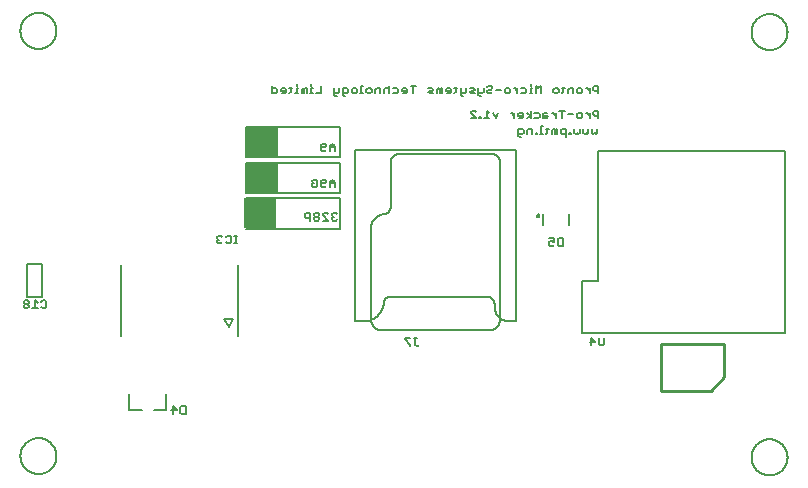
<source format=gbr>
G04 EAGLE Gerber X2 export*
%TF.Part,Single*%
%TF.FileFunction,Legend,Bot,1*%
%TF.FilePolarity,Positive*%
%TF.GenerationSoftware,Autodesk,EAGLE,8.6.3*%
%TF.CreationDate,2023-08-17T09:39:48Z*%
G75*
%MOMM*%
%FSLAX34Y34*%
%LPD*%
%AMOC8*
5,1,8,0,0,1.08239X$1,22.5*%
G01*
%ADD10C,0.203200*%
%ADD11C,0.152400*%
%ADD12C,0.254000*%
%ADD13R,2.667000X2.540000*%
%ADD14C,0.127000*%


D10*
X514760Y20000D02*
X514765Y20374D01*
X514778Y20748D01*
X514801Y21121D01*
X514833Y21494D01*
X514875Y21866D01*
X514925Y22236D01*
X514984Y22605D01*
X515053Y22973D01*
X515130Y23339D01*
X515217Y23703D01*
X515312Y24065D01*
X515416Y24424D01*
X515529Y24781D01*
X515651Y25134D01*
X515781Y25485D01*
X515920Y25832D01*
X516067Y26176D01*
X516223Y26516D01*
X516387Y26852D01*
X516560Y27184D01*
X516740Y27512D01*
X516928Y27835D01*
X517124Y28153D01*
X517328Y28467D01*
X517540Y28775D01*
X517759Y29078D01*
X517986Y29376D01*
X518219Y29668D01*
X518460Y29954D01*
X518708Y30235D01*
X518962Y30509D01*
X519224Y30776D01*
X519491Y31038D01*
X519765Y31292D01*
X520046Y31540D01*
X520332Y31781D01*
X520624Y32014D01*
X520922Y32241D01*
X521225Y32460D01*
X521533Y32672D01*
X521847Y32876D01*
X522165Y33072D01*
X522488Y33260D01*
X522816Y33440D01*
X523148Y33613D01*
X523484Y33777D01*
X523824Y33933D01*
X524168Y34080D01*
X524515Y34219D01*
X524866Y34349D01*
X525219Y34471D01*
X525576Y34584D01*
X525935Y34688D01*
X526297Y34783D01*
X526661Y34870D01*
X527027Y34947D01*
X527395Y35016D01*
X527764Y35075D01*
X528134Y35125D01*
X528506Y35167D01*
X528879Y35199D01*
X529252Y35222D01*
X529626Y35235D01*
X530000Y35240D01*
X530374Y35235D01*
X530748Y35222D01*
X531121Y35199D01*
X531494Y35167D01*
X531866Y35125D01*
X532236Y35075D01*
X532605Y35016D01*
X532973Y34947D01*
X533339Y34870D01*
X533703Y34783D01*
X534065Y34688D01*
X534424Y34584D01*
X534781Y34471D01*
X535134Y34349D01*
X535485Y34219D01*
X535832Y34080D01*
X536176Y33933D01*
X536516Y33777D01*
X536852Y33613D01*
X537184Y33440D01*
X537512Y33260D01*
X537835Y33072D01*
X538153Y32876D01*
X538467Y32672D01*
X538775Y32460D01*
X539078Y32241D01*
X539376Y32014D01*
X539668Y31781D01*
X539954Y31540D01*
X540235Y31292D01*
X540509Y31038D01*
X540776Y30776D01*
X541038Y30509D01*
X541292Y30235D01*
X541540Y29954D01*
X541781Y29668D01*
X542014Y29376D01*
X542241Y29078D01*
X542460Y28775D01*
X542672Y28467D01*
X542876Y28153D01*
X543072Y27835D01*
X543260Y27512D01*
X543440Y27184D01*
X543613Y26852D01*
X543777Y26516D01*
X543933Y26176D01*
X544080Y25832D01*
X544219Y25485D01*
X544349Y25134D01*
X544471Y24781D01*
X544584Y24424D01*
X544688Y24065D01*
X544783Y23703D01*
X544870Y23339D01*
X544947Y22973D01*
X545016Y22605D01*
X545075Y22236D01*
X545125Y21866D01*
X545167Y21494D01*
X545199Y21121D01*
X545222Y20748D01*
X545235Y20374D01*
X545240Y20000D01*
X545235Y19626D01*
X545222Y19252D01*
X545199Y18879D01*
X545167Y18506D01*
X545125Y18134D01*
X545075Y17764D01*
X545016Y17395D01*
X544947Y17027D01*
X544870Y16661D01*
X544783Y16297D01*
X544688Y15935D01*
X544584Y15576D01*
X544471Y15219D01*
X544349Y14866D01*
X544219Y14515D01*
X544080Y14168D01*
X543933Y13824D01*
X543777Y13484D01*
X543613Y13148D01*
X543440Y12816D01*
X543260Y12488D01*
X543072Y12165D01*
X542876Y11847D01*
X542672Y11533D01*
X542460Y11225D01*
X542241Y10922D01*
X542014Y10624D01*
X541781Y10332D01*
X541540Y10046D01*
X541292Y9765D01*
X541038Y9491D01*
X540776Y9224D01*
X540509Y8962D01*
X540235Y8708D01*
X539954Y8460D01*
X539668Y8219D01*
X539376Y7986D01*
X539078Y7759D01*
X538775Y7540D01*
X538467Y7328D01*
X538153Y7124D01*
X537835Y6928D01*
X537512Y6740D01*
X537184Y6560D01*
X536852Y6387D01*
X536516Y6223D01*
X536176Y6067D01*
X535832Y5920D01*
X535485Y5781D01*
X535134Y5651D01*
X534781Y5529D01*
X534424Y5416D01*
X534065Y5312D01*
X533703Y5217D01*
X533339Y5130D01*
X532973Y5053D01*
X532605Y4984D01*
X532236Y4925D01*
X531866Y4875D01*
X531494Y4833D01*
X531121Y4801D01*
X530748Y4778D01*
X530374Y4765D01*
X530000Y4760D01*
X529626Y4765D01*
X529252Y4778D01*
X528879Y4801D01*
X528506Y4833D01*
X528134Y4875D01*
X527764Y4925D01*
X527395Y4984D01*
X527027Y5053D01*
X526661Y5130D01*
X526297Y5217D01*
X525935Y5312D01*
X525576Y5416D01*
X525219Y5529D01*
X524866Y5651D01*
X524515Y5781D01*
X524168Y5920D01*
X523824Y6067D01*
X523484Y6223D01*
X523148Y6387D01*
X522816Y6560D01*
X522488Y6740D01*
X522165Y6928D01*
X521847Y7124D01*
X521533Y7328D01*
X521225Y7540D01*
X520922Y7759D01*
X520624Y7986D01*
X520332Y8219D01*
X520046Y8460D01*
X519765Y8708D01*
X519491Y8962D01*
X519224Y9224D01*
X518962Y9491D01*
X518708Y9765D01*
X518460Y10046D01*
X518219Y10332D01*
X517986Y10624D01*
X517759Y10922D01*
X517540Y11225D01*
X517328Y11533D01*
X517124Y11847D01*
X516928Y12165D01*
X516740Y12488D01*
X516560Y12816D01*
X516387Y13148D01*
X516223Y13484D01*
X516067Y13824D01*
X515920Y14168D01*
X515781Y14515D01*
X515651Y14866D01*
X515529Y15219D01*
X515416Y15576D01*
X515312Y15935D01*
X515217Y16297D01*
X515130Y16661D01*
X515053Y17027D01*
X514984Y17395D01*
X514925Y17764D01*
X514875Y18134D01*
X514833Y18506D01*
X514801Y18879D01*
X514778Y19252D01*
X514765Y19626D01*
X514760Y20000D01*
X514760Y380000D02*
X514765Y380374D01*
X514778Y380748D01*
X514801Y381121D01*
X514833Y381494D01*
X514875Y381866D01*
X514925Y382236D01*
X514984Y382605D01*
X515053Y382973D01*
X515130Y383339D01*
X515217Y383703D01*
X515312Y384065D01*
X515416Y384424D01*
X515529Y384781D01*
X515651Y385134D01*
X515781Y385485D01*
X515920Y385832D01*
X516067Y386176D01*
X516223Y386516D01*
X516387Y386852D01*
X516560Y387184D01*
X516740Y387512D01*
X516928Y387835D01*
X517124Y388153D01*
X517328Y388467D01*
X517540Y388775D01*
X517759Y389078D01*
X517986Y389376D01*
X518219Y389668D01*
X518460Y389954D01*
X518708Y390235D01*
X518962Y390509D01*
X519224Y390776D01*
X519491Y391038D01*
X519765Y391292D01*
X520046Y391540D01*
X520332Y391781D01*
X520624Y392014D01*
X520922Y392241D01*
X521225Y392460D01*
X521533Y392672D01*
X521847Y392876D01*
X522165Y393072D01*
X522488Y393260D01*
X522816Y393440D01*
X523148Y393613D01*
X523484Y393777D01*
X523824Y393933D01*
X524168Y394080D01*
X524515Y394219D01*
X524866Y394349D01*
X525219Y394471D01*
X525576Y394584D01*
X525935Y394688D01*
X526297Y394783D01*
X526661Y394870D01*
X527027Y394947D01*
X527395Y395016D01*
X527764Y395075D01*
X528134Y395125D01*
X528506Y395167D01*
X528879Y395199D01*
X529252Y395222D01*
X529626Y395235D01*
X530000Y395240D01*
X530374Y395235D01*
X530748Y395222D01*
X531121Y395199D01*
X531494Y395167D01*
X531866Y395125D01*
X532236Y395075D01*
X532605Y395016D01*
X532973Y394947D01*
X533339Y394870D01*
X533703Y394783D01*
X534065Y394688D01*
X534424Y394584D01*
X534781Y394471D01*
X535134Y394349D01*
X535485Y394219D01*
X535832Y394080D01*
X536176Y393933D01*
X536516Y393777D01*
X536852Y393613D01*
X537184Y393440D01*
X537512Y393260D01*
X537835Y393072D01*
X538153Y392876D01*
X538467Y392672D01*
X538775Y392460D01*
X539078Y392241D01*
X539376Y392014D01*
X539668Y391781D01*
X539954Y391540D01*
X540235Y391292D01*
X540509Y391038D01*
X540776Y390776D01*
X541038Y390509D01*
X541292Y390235D01*
X541540Y389954D01*
X541781Y389668D01*
X542014Y389376D01*
X542241Y389078D01*
X542460Y388775D01*
X542672Y388467D01*
X542876Y388153D01*
X543072Y387835D01*
X543260Y387512D01*
X543440Y387184D01*
X543613Y386852D01*
X543777Y386516D01*
X543933Y386176D01*
X544080Y385832D01*
X544219Y385485D01*
X544349Y385134D01*
X544471Y384781D01*
X544584Y384424D01*
X544688Y384065D01*
X544783Y383703D01*
X544870Y383339D01*
X544947Y382973D01*
X545016Y382605D01*
X545075Y382236D01*
X545125Y381866D01*
X545167Y381494D01*
X545199Y381121D01*
X545222Y380748D01*
X545235Y380374D01*
X545240Y380000D01*
X545235Y379626D01*
X545222Y379252D01*
X545199Y378879D01*
X545167Y378506D01*
X545125Y378134D01*
X545075Y377764D01*
X545016Y377395D01*
X544947Y377027D01*
X544870Y376661D01*
X544783Y376297D01*
X544688Y375935D01*
X544584Y375576D01*
X544471Y375219D01*
X544349Y374866D01*
X544219Y374515D01*
X544080Y374168D01*
X543933Y373824D01*
X543777Y373484D01*
X543613Y373148D01*
X543440Y372816D01*
X543260Y372488D01*
X543072Y372165D01*
X542876Y371847D01*
X542672Y371533D01*
X542460Y371225D01*
X542241Y370922D01*
X542014Y370624D01*
X541781Y370332D01*
X541540Y370046D01*
X541292Y369765D01*
X541038Y369491D01*
X540776Y369224D01*
X540509Y368962D01*
X540235Y368708D01*
X539954Y368460D01*
X539668Y368219D01*
X539376Y367986D01*
X539078Y367759D01*
X538775Y367540D01*
X538467Y367328D01*
X538153Y367124D01*
X537835Y366928D01*
X537512Y366740D01*
X537184Y366560D01*
X536852Y366387D01*
X536516Y366223D01*
X536176Y366067D01*
X535832Y365920D01*
X535485Y365781D01*
X535134Y365651D01*
X534781Y365529D01*
X534424Y365416D01*
X534065Y365312D01*
X533703Y365217D01*
X533339Y365130D01*
X532973Y365053D01*
X532605Y364984D01*
X532236Y364925D01*
X531866Y364875D01*
X531494Y364833D01*
X531121Y364801D01*
X530748Y364778D01*
X530374Y364765D01*
X530000Y364760D01*
X529626Y364765D01*
X529252Y364778D01*
X528879Y364801D01*
X528506Y364833D01*
X528134Y364875D01*
X527764Y364925D01*
X527395Y364984D01*
X527027Y365053D01*
X526661Y365130D01*
X526297Y365217D01*
X525935Y365312D01*
X525576Y365416D01*
X525219Y365529D01*
X524866Y365651D01*
X524515Y365781D01*
X524168Y365920D01*
X523824Y366067D01*
X523484Y366223D01*
X523148Y366387D01*
X522816Y366560D01*
X522488Y366740D01*
X522165Y366928D01*
X521847Y367124D01*
X521533Y367328D01*
X521225Y367540D01*
X520922Y367759D01*
X520624Y367986D01*
X520332Y368219D01*
X520046Y368460D01*
X519765Y368708D01*
X519491Y368962D01*
X519224Y369224D01*
X518962Y369491D01*
X518708Y369765D01*
X518460Y370046D01*
X518219Y370332D01*
X517986Y370624D01*
X517759Y370922D01*
X517540Y371225D01*
X517328Y371533D01*
X517124Y371847D01*
X516928Y372165D01*
X516740Y372488D01*
X516560Y372816D01*
X516387Y373148D01*
X516223Y373484D01*
X516067Y373824D01*
X515920Y374168D01*
X515781Y374515D01*
X515651Y374866D01*
X515529Y375219D01*
X515416Y375576D01*
X515312Y375935D01*
X515217Y376297D01*
X515130Y376661D01*
X515053Y377027D01*
X514984Y377395D01*
X514925Y377764D01*
X514875Y378134D01*
X514833Y378506D01*
X514801Y378879D01*
X514778Y379252D01*
X514765Y379626D01*
X514760Y380000D01*
X-104206Y21016D02*
X-104201Y21390D01*
X-104188Y21764D01*
X-104165Y22137D01*
X-104133Y22510D01*
X-104091Y22882D01*
X-104041Y23252D01*
X-103982Y23621D01*
X-103913Y23989D01*
X-103836Y24355D01*
X-103749Y24719D01*
X-103654Y25081D01*
X-103550Y25440D01*
X-103437Y25797D01*
X-103315Y26150D01*
X-103185Y26501D01*
X-103046Y26848D01*
X-102899Y27192D01*
X-102743Y27532D01*
X-102579Y27868D01*
X-102406Y28200D01*
X-102226Y28528D01*
X-102038Y28851D01*
X-101842Y29169D01*
X-101638Y29483D01*
X-101426Y29791D01*
X-101207Y30094D01*
X-100980Y30392D01*
X-100747Y30684D01*
X-100506Y30970D01*
X-100258Y31251D01*
X-100004Y31525D01*
X-99742Y31792D01*
X-99475Y32054D01*
X-99201Y32308D01*
X-98920Y32556D01*
X-98634Y32797D01*
X-98342Y33030D01*
X-98044Y33257D01*
X-97741Y33476D01*
X-97433Y33688D01*
X-97119Y33892D01*
X-96801Y34088D01*
X-96478Y34276D01*
X-96150Y34456D01*
X-95818Y34629D01*
X-95482Y34793D01*
X-95142Y34949D01*
X-94798Y35096D01*
X-94451Y35235D01*
X-94100Y35365D01*
X-93747Y35487D01*
X-93390Y35600D01*
X-93031Y35704D01*
X-92669Y35799D01*
X-92305Y35886D01*
X-91939Y35963D01*
X-91571Y36032D01*
X-91202Y36091D01*
X-90832Y36141D01*
X-90460Y36183D01*
X-90087Y36215D01*
X-89714Y36238D01*
X-89340Y36251D01*
X-88966Y36256D01*
X-88592Y36251D01*
X-88218Y36238D01*
X-87845Y36215D01*
X-87472Y36183D01*
X-87100Y36141D01*
X-86730Y36091D01*
X-86361Y36032D01*
X-85993Y35963D01*
X-85627Y35886D01*
X-85263Y35799D01*
X-84901Y35704D01*
X-84542Y35600D01*
X-84185Y35487D01*
X-83832Y35365D01*
X-83481Y35235D01*
X-83134Y35096D01*
X-82790Y34949D01*
X-82450Y34793D01*
X-82114Y34629D01*
X-81782Y34456D01*
X-81454Y34276D01*
X-81131Y34088D01*
X-80813Y33892D01*
X-80499Y33688D01*
X-80191Y33476D01*
X-79888Y33257D01*
X-79590Y33030D01*
X-79298Y32797D01*
X-79012Y32556D01*
X-78731Y32308D01*
X-78457Y32054D01*
X-78190Y31792D01*
X-77928Y31525D01*
X-77674Y31251D01*
X-77426Y30970D01*
X-77185Y30684D01*
X-76952Y30392D01*
X-76725Y30094D01*
X-76506Y29791D01*
X-76294Y29483D01*
X-76090Y29169D01*
X-75894Y28851D01*
X-75706Y28528D01*
X-75526Y28200D01*
X-75353Y27868D01*
X-75189Y27532D01*
X-75033Y27192D01*
X-74886Y26848D01*
X-74747Y26501D01*
X-74617Y26150D01*
X-74495Y25797D01*
X-74382Y25440D01*
X-74278Y25081D01*
X-74183Y24719D01*
X-74096Y24355D01*
X-74019Y23989D01*
X-73950Y23621D01*
X-73891Y23252D01*
X-73841Y22882D01*
X-73799Y22510D01*
X-73767Y22137D01*
X-73744Y21764D01*
X-73731Y21390D01*
X-73726Y21016D01*
X-73731Y20642D01*
X-73744Y20268D01*
X-73767Y19895D01*
X-73799Y19522D01*
X-73841Y19150D01*
X-73891Y18780D01*
X-73950Y18411D01*
X-74019Y18043D01*
X-74096Y17677D01*
X-74183Y17313D01*
X-74278Y16951D01*
X-74382Y16592D01*
X-74495Y16235D01*
X-74617Y15882D01*
X-74747Y15531D01*
X-74886Y15184D01*
X-75033Y14840D01*
X-75189Y14500D01*
X-75353Y14164D01*
X-75526Y13832D01*
X-75706Y13504D01*
X-75894Y13181D01*
X-76090Y12863D01*
X-76294Y12549D01*
X-76506Y12241D01*
X-76725Y11938D01*
X-76952Y11640D01*
X-77185Y11348D01*
X-77426Y11062D01*
X-77674Y10781D01*
X-77928Y10507D01*
X-78190Y10240D01*
X-78457Y9978D01*
X-78731Y9724D01*
X-79012Y9476D01*
X-79298Y9235D01*
X-79590Y9002D01*
X-79888Y8775D01*
X-80191Y8556D01*
X-80499Y8344D01*
X-80813Y8140D01*
X-81131Y7944D01*
X-81454Y7756D01*
X-81782Y7576D01*
X-82114Y7403D01*
X-82450Y7239D01*
X-82790Y7083D01*
X-83134Y6936D01*
X-83481Y6797D01*
X-83832Y6667D01*
X-84185Y6545D01*
X-84542Y6432D01*
X-84901Y6328D01*
X-85263Y6233D01*
X-85627Y6146D01*
X-85993Y6069D01*
X-86361Y6000D01*
X-86730Y5941D01*
X-87100Y5891D01*
X-87472Y5849D01*
X-87845Y5817D01*
X-88218Y5794D01*
X-88592Y5781D01*
X-88966Y5776D01*
X-89340Y5781D01*
X-89714Y5794D01*
X-90087Y5817D01*
X-90460Y5849D01*
X-90832Y5891D01*
X-91202Y5941D01*
X-91571Y6000D01*
X-91939Y6069D01*
X-92305Y6146D01*
X-92669Y6233D01*
X-93031Y6328D01*
X-93390Y6432D01*
X-93747Y6545D01*
X-94100Y6667D01*
X-94451Y6797D01*
X-94798Y6936D01*
X-95142Y7083D01*
X-95482Y7239D01*
X-95818Y7403D01*
X-96150Y7576D01*
X-96478Y7756D01*
X-96801Y7944D01*
X-97119Y8140D01*
X-97433Y8344D01*
X-97741Y8556D01*
X-98044Y8775D01*
X-98342Y9002D01*
X-98634Y9235D01*
X-98920Y9476D01*
X-99201Y9724D01*
X-99475Y9978D01*
X-99742Y10240D01*
X-100004Y10507D01*
X-100258Y10781D01*
X-100506Y11062D01*
X-100747Y11348D01*
X-100980Y11640D01*
X-101207Y11938D01*
X-101426Y12241D01*
X-101638Y12549D01*
X-101842Y12863D01*
X-102038Y13181D01*
X-102226Y13504D01*
X-102406Y13832D01*
X-102579Y14164D01*
X-102743Y14500D01*
X-102899Y14840D01*
X-103046Y15184D01*
X-103185Y15531D01*
X-103315Y15882D01*
X-103437Y16235D01*
X-103550Y16592D01*
X-103654Y16951D01*
X-103749Y17313D01*
X-103836Y17677D01*
X-103913Y18043D01*
X-103982Y18411D01*
X-104041Y18780D01*
X-104091Y19150D01*
X-104133Y19522D01*
X-104165Y19895D01*
X-104188Y20268D01*
X-104201Y20642D01*
X-104206Y21016D01*
D11*
X385192Y306832D02*
X385192Y313442D01*
X381887Y313442D01*
X380786Y312340D01*
X380786Y310137D01*
X381887Y309035D01*
X385192Y309035D01*
X377708Y306832D02*
X377708Y311238D01*
X377708Y309035D02*
X375505Y311238D01*
X374403Y311238D01*
X370369Y306832D02*
X368166Y306832D01*
X367065Y307934D01*
X367065Y310137D01*
X368166Y311238D01*
X370369Y311238D01*
X371471Y310137D01*
X371471Y307934D01*
X370369Y306832D01*
X363987Y310137D02*
X359581Y310137D01*
X354300Y306832D02*
X354300Y313442D01*
X356503Y313442D02*
X352096Y313442D01*
X349019Y311238D02*
X349019Y306832D01*
X349019Y309035D02*
X346815Y311238D01*
X345714Y311238D01*
X341680Y311238D02*
X339477Y311238D01*
X338375Y310137D01*
X338375Y306832D01*
X341680Y306832D01*
X342782Y307934D01*
X341680Y309035D01*
X338375Y309035D01*
X334196Y311238D02*
X330891Y311238D01*
X334196Y311238D02*
X335298Y310137D01*
X335298Y307934D01*
X334196Y306832D01*
X330891Y306832D01*
X327814Y306832D02*
X327814Y313442D01*
X327814Y309035D02*
X324509Y306832D01*
X327814Y309035D02*
X324509Y311238D01*
X320475Y306832D02*
X318272Y306832D01*
X320475Y306832D02*
X321577Y307934D01*
X321577Y310137D01*
X320475Y311238D01*
X318272Y311238D01*
X317170Y310137D01*
X317170Y309035D01*
X321577Y309035D01*
X314093Y306832D02*
X314093Y311238D01*
X314093Y309035D02*
X311889Y311238D01*
X310788Y311238D01*
X300372Y311238D02*
X298168Y306832D01*
X295965Y311238D01*
X292887Y311238D02*
X290684Y313442D01*
X290684Y306832D01*
X292887Y306832D02*
X288481Y306832D01*
X285403Y306832D02*
X285403Y307934D01*
X284302Y307934D01*
X284302Y306832D01*
X285403Y306832D01*
X281661Y306832D02*
X277255Y306832D01*
X281661Y306832D02*
X277255Y311238D01*
X277255Y312340D01*
X278356Y313442D01*
X280560Y313442D01*
X281661Y312340D01*
D10*
X-104206Y381016D02*
X-104201Y381390D01*
X-104188Y381764D01*
X-104165Y382137D01*
X-104133Y382510D01*
X-104091Y382882D01*
X-104041Y383252D01*
X-103982Y383621D01*
X-103913Y383989D01*
X-103836Y384355D01*
X-103749Y384719D01*
X-103654Y385081D01*
X-103550Y385440D01*
X-103437Y385797D01*
X-103315Y386150D01*
X-103185Y386501D01*
X-103046Y386848D01*
X-102899Y387192D01*
X-102743Y387532D01*
X-102579Y387868D01*
X-102406Y388200D01*
X-102226Y388528D01*
X-102038Y388851D01*
X-101842Y389169D01*
X-101638Y389483D01*
X-101426Y389791D01*
X-101207Y390094D01*
X-100980Y390392D01*
X-100747Y390684D01*
X-100506Y390970D01*
X-100258Y391251D01*
X-100004Y391525D01*
X-99742Y391792D01*
X-99475Y392054D01*
X-99201Y392308D01*
X-98920Y392556D01*
X-98634Y392797D01*
X-98342Y393030D01*
X-98044Y393257D01*
X-97741Y393476D01*
X-97433Y393688D01*
X-97119Y393892D01*
X-96801Y394088D01*
X-96478Y394276D01*
X-96150Y394456D01*
X-95818Y394629D01*
X-95482Y394793D01*
X-95142Y394949D01*
X-94798Y395096D01*
X-94451Y395235D01*
X-94100Y395365D01*
X-93747Y395487D01*
X-93390Y395600D01*
X-93031Y395704D01*
X-92669Y395799D01*
X-92305Y395886D01*
X-91939Y395963D01*
X-91571Y396032D01*
X-91202Y396091D01*
X-90832Y396141D01*
X-90460Y396183D01*
X-90087Y396215D01*
X-89714Y396238D01*
X-89340Y396251D01*
X-88966Y396256D01*
X-88592Y396251D01*
X-88218Y396238D01*
X-87845Y396215D01*
X-87472Y396183D01*
X-87100Y396141D01*
X-86730Y396091D01*
X-86361Y396032D01*
X-85993Y395963D01*
X-85627Y395886D01*
X-85263Y395799D01*
X-84901Y395704D01*
X-84542Y395600D01*
X-84185Y395487D01*
X-83832Y395365D01*
X-83481Y395235D01*
X-83134Y395096D01*
X-82790Y394949D01*
X-82450Y394793D01*
X-82114Y394629D01*
X-81782Y394456D01*
X-81454Y394276D01*
X-81131Y394088D01*
X-80813Y393892D01*
X-80499Y393688D01*
X-80191Y393476D01*
X-79888Y393257D01*
X-79590Y393030D01*
X-79298Y392797D01*
X-79012Y392556D01*
X-78731Y392308D01*
X-78457Y392054D01*
X-78190Y391792D01*
X-77928Y391525D01*
X-77674Y391251D01*
X-77426Y390970D01*
X-77185Y390684D01*
X-76952Y390392D01*
X-76725Y390094D01*
X-76506Y389791D01*
X-76294Y389483D01*
X-76090Y389169D01*
X-75894Y388851D01*
X-75706Y388528D01*
X-75526Y388200D01*
X-75353Y387868D01*
X-75189Y387532D01*
X-75033Y387192D01*
X-74886Y386848D01*
X-74747Y386501D01*
X-74617Y386150D01*
X-74495Y385797D01*
X-74382Y385440D01*
X-74278Y385081D01*
X-74183Y384719D01*
X-74096Y384355D01*
X-74019Y383989D01*
X-73950Y383621D01*
X-73891Y383252D01*
X-73841Y382882D01*
X-73799Y382510D01*
X-73767Y382137D01*
X-73744Y381764D01*
X-73731Y381390D01*
X-73726Y381016D01*
X-73731Y380642D01*
X-73744Y380268D01*
X-73767Y379895D01*
X-73799Y379522D01*
X-73841Y379150D01*
X-73891Y378780D01*
X-73950Y378411D01*
X-74019Y378043D01*
X-74096Y377677D01*
X-74183Y377313D01*
X-74278Y376951D01*
X-74382Y376592D01*
X-74495Y376235D01*
X-74617Y375882D01*
X-74747Y375531D01*
X-74886Y375184D01*
X-75033Y374840D01*
X-75189Y374500D01*
X-75353Y374164D01*
X-75526Y373832D01*
X-75706Y373504D01*
X-75894Y373181D01*
X-76090Y372863D01*
X-76294Y372549D01*
X-76506Y372241D01*
X-76725Y371938D01*
X-76952Y371640D01*
X-77185Y371348D01*
X-77426Y371062D01*
X-77674Y370781D01*
X-77928Y370507D01*
X-78190Y370240D01*
X-78457Y369978D01*
X-78731Y369724D01*
X-79012Y369476D01*
X-79298Y369235D01*
X-79590Y369002D01*
X-79888Y368775D01*
X-80191Y368556D01*
X-80499Y368344D01*
X-80813Y368140D01*
X-81131Y367944D01*
X-81454Y367756D01*
X-81782Y367576D01*
X-82114Y367403D01*
X-82450Y367239D01*
X-82790Y367083D01*
X-83134Y366936D01*
X-83481Y366797D01*
X-83832Y366667D01*
X-84185Y366545D01*
X-84542Y366432D01*
X-84901Y366328D01*
X-85263Y366233D01*
X-85627Y366146D01*
X-85993Y366069D01*
X-86361Y366000D01*
X-86730Y365941D01*
X-87100Y365891D01*
X-87472Y365849D01*
X-87845Y365817D01*
X-88218Y365794D01*
X-88592Y365781D01*
X-88966Y365776D01*
X-89340Y365781D01*
X-89714Y365794D01*
X-90087Y365817D01*
X-90460Y365849D01*
X-90832Y365891D01*
X-91202Y365941D01*
X-91571Y366000D01*
X-91939Y366069D01*
X-92305Y366146D01*
X-92669Y366233D01*
X-93031Y366328D01*
X-93390Y366432D01*
X-93747Y366545D01*
X-94100Y366667D01*
X-94451Y366797D01*
X-94798Y366936D01*
X-95142Y367083D01*
X-95482Y367239D01*
X-95818Y367403D01*
X-96150Y367576D01*
X-96478Y367756D01*
X-96801Y367944D01*
X-97119Y368140D01*
X-97433Y368344D01*
X-97741Y368556D01*
X-98044Y368775D01*
X-98342Y369002D01*
X-98634Y369235D01*
X-98920Y369476D01*
X-99201Y369724D01*
X-99475Y369978D01*
X-99742Y370240D01*
X-100004Y370507D01*
X-100258Y370781D01*
X-100506Y371062D01*
X-100747Y371348D01*
X-100980Y371640D01*
X-101207Y371938D01*
X-101426Y372241D01*
X-101638Y372549D01*
X-101842Y372863D01*
X-102038Y373181D01*
X-102226Y373504D01*
X-102406Y373832D01*
X-102579Y374164D01*
X-102743Y374500D01*
X-102899Y374840D01*
X-103046Y375184D01*
X-103185Y375531D01*
X-103315Y375882D01*
X-103437Y376235D01*
X-103550Y376592D01*
X-103654Y376951D01*
X-103749Y377313D01*
X-103836Y377677D01*
X-103913Y378043D01*
X-103982Y378411D01*
X-104041Y378780D01*
X-104091Y379150D01*
X-104133Y379522D01*
X-104165Y379895D01*
X-104188Y380268D01*
X-104201Y380642D01*
X-104206Y381016D01*
D11*
X384176Y297776D02*
X384176Y294472D01*
X383074Y293370D01*
X381973Y294472D01*
X380871Y293370D01*
X379770Y294472D01*
X379770Y297776D01*
X376692Y297776D02*
X376692Y294472D01*
X375590Y293370D01*
X374489Y294472D01*
X373387Y293370D01*
X372285Y294472D01*
X372285Y297776D01*
X369208Y297776D02*
X369208Y294472D01*
X368106Y293370D01*
X367005Y294472D01*
X365903Y293370D01*
X364801Y294472D01*
X364801Y297776D01*
X361724Y294472D02*
X361724Y293370D01*
X361724Y294472D02*
X360622Y294472D01*
X360622Y293370D01*
X361724Y293370D01*
X357981Y291167D02*
X357981Y297776D01*
X354677Y297776D01*
X353575Y296675D01*
X353575Y294472D01*
X354677Y293370D01*
X357981Y293370D01*
X350497Y293370D02*
X350497Y297776D01*
X349396Y297776D01*
X348294Y296675D01*
X348294Y293370D01*
X348294Y296675D02*
X347193Y297776D01*
X346091Y296675D01*
X346091Y293370D01*
X341912Y294472D02*
X341912Y298878D01*
X341912Y294472D02*
X340810Y293370D01*
X340810Y297776D02*
X343013Y297776D01*
X338024Y299980D02*
X336922Y299980D01*
X336922Y293370D01*
X335821Y293370D02*
X338024Y293370D01*
X333034Y293370D02*
X333034Y294472D01*
X331933Y294472D01*
X331933Y293370D01*
X333034Y293370D01*
X329292Y293370D02*
X329292Y297776D01*
X325987Y297776D01*
X324886Y296675D01*
X324886Y293370D01*
X319605Y291167D02*
X318503Y291167D01*
X317402Y292268D01*
X317402Y297776D01*
X320706Y297776D01*
X321808Y296675D01*
X321808Y294472D01*
X320706Y293370D01*
X317402Y293370D01*
D12*
X438240Y115570D02*
X491580Y115570D01*
X438240Y115570D02*
X438240Y76200D01*
X480150Y76200D01*
X491580Y87630D01*
X491580Y115570D01*
D11*
X161888Y278892D02*
X161888Y283298D01*
X159685Y285502D01*
X157482Y283298D01*
X157482Y278892D01*
X157482Y282197D02*
X161888Y282197D01*
X154404Y279994D02*
X153302Y278892D01*
X151099Y278892D01*
X149997Y279994D01*
X149997Y284400D01*
X151099Y285502D01*
X153302Y285502D01*
X154404Y284400D01*
X154404Y283298D01*
X153302Y282197D01*
X149997Y282197D01*
X161888Y252818D02*
X161888Y248412D01*
X161888Y252818D02*
X159685Y255022D01*
X157482Y252818D01*
X157482Y248412D01*
X157482Y251717D02*
X161888Y251717D01*
X154404Y249514D02*
X153302Y248412D01*
X151099Y248412D01*
X149997Y249514D01*
X149997Y253920D01*
X151099Y255022D01*
X153302Y255022D01*
X154404Y253920D01*
X154404Y252818D01*
X153302Y251717D01*
X149997Y251717D01*
X143615Y255022D02*
X142513Y253920D01*
X143615Y255022D02*
X145818Y255022D01*
X146920Y253920D01*
X146920Y249514D01*
X145818Y248412D01*
X143615Y248412D01*
X142513Y249514D01*
X142513Y251717D01*
X144717Y251717D01*
D10*
X166460Y243840D02*
X113120Y243840D01*
X86450Y243840D01*
X86450Y269240D01*
X86450Y274320D02*
X86450Y299720D01*
X113120Y299720D01*
X166460Y299720D01*
X166460Y274320D01*
X166460Y269240D02*
X166460Y243840D01*
X166460Y274320D02*
X113120Y274320D01*
X86450Y274320D01*
X113120Y269240D02*
X166460Y269240D01*
X113120Y269240D02*
X86450Y269240D01*
X113120Y269240D02*
X113120Y243840D01*
X113120Y274320D02*
X113120Y299720D01*
D13*
X99785Y287020D03*
X99785Y256540D03*
D11*
X385192Y327914D02*
X385192Y334524D01*
X381887Y334524D01*
X380786Y333422D01*
X380786Y331219D01*
X381887Y330117D01*
X385192Y330117D01*
X377708Y327914D02*
X377708Y332320D01*
X377708Y330117D02*
X375505Y332320D01*
X374403Y332320D01*
X370369Y327914D02*
X368166Y327914D01*
X367065Y329016D01*
X367065Y331219D01*
X368166Y332320D01*
X370369Y332320D01*
X371471Y331219D01*
X371471Y329016D01*
X370369Y327914D01*
X363987Y327914D02*
X363987Y332320D01*
X360682Y332320D01*
X359581Y331219D01*
X359581Y327914D01*
X355401Y329016D02*
X355401Y333422D01*
X355401Y329016D02*
X354300Y327914D01*
X354300Y332320D02*
X356503Y332320D01*
X350412Y327914D02*
X348209Y327914D01*
X347107Y329016D01*
X347107Y331219D01*
X348209Y332320D01*
X350412Y332320D01*
X351513Y331219D01*
X351513Y329016D01*
X350412Y327914D01*
X336545Y327914D02*
X336545Y334524D01*
X334342Y332320D01*
X332139Y334524D01*
X332139Y327914D01*
X329061Y332320D02*
X327959Y332320D01*
X327959Y327914D01*
X326858Y327914D02*
X329061Y327914D01*
X327959Y334524D02*
X327959Y335625D01*
X322970Y332320D02*
X319665Y332320D01*
X322970Y332320D02*
X324071Y331219D01*
X324071Y329016D01*
X322970Y327914D01*
X319665Y327914D01*
X316587Y327914D02*
X316587Y332320D01*
X316587Y330117D02*
X314384Y332320D01*
X313282Y332320D01*
X309249Y327914D02*
X307046Y327914D01*
X305944Y329016D01*
X305944Y331219D01*
X307046Y332320D01*
X309249Y332320D01*
X310350Y331219D01*
X310350Y329016D01*
X309249Y327914D01*
X302866Y331219D02*
X298460Y331219D01*
X292077Y334524D02*
X290976Y333422D01*
X292077Y334524D02*
X294281Y334524D01*
X295382Y333422D01*
X295382Y332320D01*
X294281Y331219D01*
X292077Y331219D01*
X290976Y330117D01*
X290976Y329016D01*
X292077Y327914D01*
X294281Y327914D01*
X295382Y329016D01*
X287898Y329016D02*
X287898Y332320D01*
X287898Y329016D02*
X286796Y327914D01*
X283492Y327914D01*
X283492Y326812D02*
X283492Y332320D01*
X283492Y326812D02*
X284593Y325711D01*
X285695Y325711D01*
X280414Y327914D02*
X277109Y327914D01*
X276007Y329016D01*
X277109Y330117D01*
X279312Y330117D01*
X280414Y331219D01*
X279312Y332320D01*
X276007Y332320D01*
X272930Y332320D02*
X272930Y329016D01*
X271828Y327914D01*
X268523Y327914D01*
X268523Y326812D02*
X268523Y332320D01*
X268523Y326812D02*
X269625Y325711D01*
X270727Y325711D01*
X264344Y329016D02*
X264344Y333422D01*
X264344Y329016D02*
X263242Y327914D01*
X263242Y332320D02*
X265446Y332320D01*
X259355Y327914D02*
X257151Y327914D01*
X259355Y327914D02*
X260456Y329016D01*
X260456Y331219D01*
X259355Y332320D01*
X257151Y332320D01*
X256050Y331219D01*
X256050Y330117D01*
X260456Y330117D01*
X252972Y327914D02*
X252972Y332320D01*
X251870Y332320D01*
X250769Y331219D01*
X250769Y327914D01*
X250769Y331219D02*
X249667Y332320D01*
X248566Y331219D01*
X248566Y327914D01*
X245488Y327914D02*
X242183Y327914D01*
X241081Y329016D01*
X242183Y330117D01*
X244386Y330117D01*
X245488Y331219D01*
X244386Y332320D01*
X241081Y332320D01*
X228316Y334524D02*
X228316Y327914D01*
X230519Y334524D02*
X226113Y334524D01*
X221934Y327914D02*
X219731Y327914D01*
X221934Y327914D02*
X223035Y329016D01*
X223035Y331219D01*
X221934Y332320D01*
X219731Y332320D01*
X218629Y331219D01*
X218629Y330117D01*
X223035Y330117D01*
X214450Y332320D02*
X211145Y332320D01*
X214450Y332320D02*
X215551Y331219D01*
X215551Y329016D01*
X214450Y327914D01*
X211145Y327914D01*
X208067Y327914D02*
X208067Y334524D01*
X206965Y332320D02*
X208067Y331219D01*
X206965Y332320D02*
X204762Y332320D01*
X203661Y331219D01*
X203661Y327914D01*
X200583Y327914D02*
X200583Y332320D01*
X197278Y332320D01*
X196176Y331219D01*
X196176Y327914D01*
X191997Y327914D02*
X189794Y327914D01*
X188692Y329016D01*
X188692Y331219D01*
X189794Y332320D01*
X191997Y332320D01*
X193099Y331219D01*
X193099Y329016D01*
X191997Y327914D01*
X185615Y334524D02*
X184513Y334524D01*
X184513Y327914D01*
X185615Y327914D02*
X183411Y327914D01*
X179524Y327914D02*
X177320Y327914D01*
X176219Y329016D01*
X176219Y331219D01*
X177320Y332320D01*
X179524Y332320D01*
X180625Y331219D01*
X180625Y329016D01*
X179524Y327914D01*
X170938Y325711D02*
X169836Y325711D01*
X168735Y326812D01*
X168735Y332320D01*
X172039Y332320D01*
X173141Y331219D01*
X173141Y329016D01*
X172039Y327914D01*
X168735Y327914D01*
X165657Y329016D02*
X165657Y332320D01*
X165657Y329016D02*
X164555Y327914D01*
X161250Y327914D01*
X161250Y326812D02*
X161250Y332320D01*
X161250Y326812D02*
X162352Y325711D01*
X163454Y325711D01*
X150688Y327914D02*
X150688Y334524D01*
X150688Y327914D02*
X146282Y327914D01*
X143204Y332320D02*
X142103Y332320D01*
X142103Y327914D01*
X143204Y327914D02*
X141001Y327914D01*
X142103Y334524D02*
X142103Y335625D01*
X138215Y332320D02*
X138215Y327914D01*
X138215Y332320D02*
X137113Y332320D01*
X136012Y331219D01*
X136012Y327914D01*
X136012Y331219D02*
X134910Y332320D01*
X133808Y331219D01*
X133808Y327914D01*
X130731Y332320D02*
X129629Y332320D01*
X129629Y327914D01*
X128528Y327914D02*
X130731Y327914D01*
X129629Y334524D02*
X129629Y335625D01*
X124640Y333422D02*
X124640Y329016D01*
X123538Y327914D01*
X123538Y332320D02*
X125741Y332320D01*
X119650Y327914D02*
X117447Y327914D01*
X119650Y327914D02*
X120752Y329016D01*
X120752Y331219D01*
X119650Y332320D01*
X117447Y332320D01*
X116345Y331219D01*
X116345Y330117D01*
X120752Y330117D01*
X108861Y327914D02*
X108861Y334524D01*
X108861Y327914D02*
X112166Y327914D01*
X113268Y329016D01*
X113268Y331219D01*
X112166Y332320D01*
X108861Y332320D01*
D10*
X86704Y239268D02*
X166460Y239268D01*
X166460Y239014D02*
X166460Y213614D01*
X166460Y213360D02*
X86450Y213360D01*
D13*
X99023Y226314D03*
D11*
X162564Y226828D02*
X163666Y225726D01*
X162564Y226828D02*
X160361Y226828D01*
X159260Y225726D01*
X159260Y224624D01*
X160361Y223523D01*
X161463Y223523D01*
X160361Y223523D02*
X159260Y222421D01*
X159260Y221320D01*
X160361Y220218D01*
X162564Y220218D01*
X163666Y221320D01*
X156182Y220218D02*
X151775Y220218D01*
X151775Y224624D02*
X156182Y220218D01*
X151775Y224624D02*
X151775Y225726D01*
X152877Y226828D01*
X155080Y226828D01*
X156182Y225726D01*
X148698Y225726D02*
X147596Y226828D01*
X145393Y226828D01*
X144291Y225726D01*
X144291Y224624D01*
X145393Y223523D01*
X144291Y222421D01*
X144291Y221320D01*
X145393Y220218D01*
X147596Y220218D01*
X148698Y221320D01*
X148698Y222421D01*
X147596Y223523D01*
X148698Y224624D01*
X148698Y225726D01*
X147596Y223523D02*
X145393Y223523D01*
X141214Y220218D02*
X141214Y226828D01*
X137909Y226828D01*
X136807Y225726D01*
X136807Y223523D01*
X137909Y222421D01*
X141214Y222421D01*
D10*
X338250Y225480D02*
X338250Y216480D01*
X360250Y216480D02*
X360250Y225480D01*
X333250Y224480D02*
X333252Y224543D01*
X333258Y224605D01*
X333268Y224667D01*
X333281Y224729D01*
X333299Y224789D01*
X333320Y224848D01*
X333345Y224906D01*
X333374Y224962D01*
X333406Y225016D01*
X333441Y225068D01*
X333479Y225117D01*
X333521Y225165D01*
X333565Y225209D01*
X333613Y225251D01*
X333662Y225289D01*
X333714Y225324D01*
X333768Y225356D01*
X333824Y225385D01*
X333882Y225410D01*
X333941Y225431D01*
X334001Y225449D01*
X334063Y225462D01*
X334125Y225472D01*
X334187Y225478D01*
X334250Y225480D01*
X334313Y225478D01*
X334375Y225472D01*
X334437Y225462D01*
X334499Y225449D01*
X334559Y225431D01*
X334618Y225410D01*
X334676Y225385D01*
X334732Y225356D01*
X334786Y225324D01*
X334838Y225289D01*
X334887Y225251D01*
X334935Y225209D01*
X334979Y225165D01*
X335021Y225117D01*
X335059Y225068D01*
X335094Y225016D01*
X335126Y224962D01*
X335155Y224906D01*
X335180Y224848D01*
X335201Y224789D01*
X335219Y224729D01*
X335232Y224667D01*
X335242Y224605D01*
X335248Y224543D01*
X335250Y224480D01*
X335248Y224417D01*
X335242Y224355D01*
X335232Y224293D01*
X335219Y224231D01*
X335201Y224171D01*
X335180Y224112D01*
X335155Y224054D01*
X335126Y223998D01*
X335094Y223944D01*
X335059Y223892D01*
X335021Y223843D01*
X334979Y223795D01*
X334935Y223751D01*
X334887Y223709D01*
X334838Y223671D01*
X334786Y223636D01*
X334732Y223604D01*
X334676Y223575D01*
X334618Y223550D01*
X334559Y223529D01*
X334499Y223511D01*
X334437Y223498D01*
X334375Y223488D01*
X334313Y223482D01*
X334250Y223480D01*
X334187Y223482D01*
X334125Y223488D01*
X334063Y223498D01*
X334001Y223511D01*
X333941Y223529D01*
X333882Y223550D01*
X333824Y223575D01*
X333768Y223604D01*
X333714Y223636D01*
X333662Y223671D01*
X333613Y223709D01*
X333565Y223751D01*
X333521Y223795D01*
X333479Y223843D01*
X333441Y223892D01*
X333406Y223944D01*
X333374Y223998D01*
X333345Y224054D01*
X333320Y224112D01*
X333299Y224171D01*
X333281Y224231D01*
X333268Y224293D01*
X333258Y224355D01*
X333252Y224417D01*
X333250Y224480D01*
D11*
X355018Y205492D02*
X355018Y198882D01*
X351713Y198882D01*
X350612Y199984D01*
X350612Y204390D01*
X351713Y205492D01*
X355018Y205492D01*
X347534Y205492D02*
X343127Y205492D01*
X347534Y205492D02*
X347534Y202187D01*
X345331Y203288D01*
X344229Y203288D01*
X343127Y202187D01*
X343127Y199984D01*
X344229Y198882D01*
X346432Y198882D01*
X347534Y199984D01*
D14*
X384900Y279400D02*
X542900Y279400D01*
X542900Y125400D01*
X370900Y125400D01*
X370900Y169400D01*
X384900Y169400D01*
X384900Y279400D01*
D11*
X389838Y121182D02*
X389838Y115674D01*
X388736Y114572D01*
X386533Y114572D01*
X385432Y115674D01*
X385432Y121182D01*
X379049Y121182D02*
X379049Y114572D01*
X382354Y117877D02*
X379049Y121182D01*
X377947Y117877D02*
X382354Y117877D01*
D14*
X184570Y135024D02*
X179270Y135024D01*
X184570Y135024D02*
X184997Y134996D01*
X185425Y134977D01*
X185852Y134969D01*
X186280Y134972D01*
X186708Y134985D01*
X187135Y135008D01*
X187562Y135041D01*
X187988Y135085D01*
X188412Y135139D01*
X188835Y135203D01*
X189257Y135277D01*
X189676Y135362D01*
X190093Y135456D01*
X190508Y135561D01*
X190921Y135676D01*
X191330Y135801D01*
X191736Y135935D01*
X192139Y136079D01*
X192538Y136233D01*
X192934Y136397D01*
X193325Y136570D01*
X193712Y136753D01*
X194095Y136944D01*
X194472Y137145D01*
X194845Y137355D01*
X195213Y137574D01*
X195575Y137802D01*
X195932Y138039D01*
X196283Y138284D01*
X196627Y138537D01*
X196966Y138799D01*
X197298Y139069D01*
X197624Y139347D01*
X197942Y139632D01*
X198254Y139925D01*
X198558Y140226D01*
X198856Y140534D01*
X199145Y140849D01*
X199427Y141171D01*
X199701Y141499D01*
X199967Y141835D01*
X200225Y142176D01*
X200475Y142524D01*
X200716Y142877D01*
X200949Y143236D01*
X201172Y143601D01*
X201387Y143971D01*
X201593Y144346D01*
X201790Y144726D01*
X201977Y145111D01*
X202155Y145500D01*
X202324Y145893D01*
X202483Y146291D01*
X202633Y146692D01*
X202773Y147096D01*
X202902Y147504D01*
X203023Y147914D01*
X203133Y148328D01*
X203233Y148744D01*
X203323Y149162D01*
X203403Y149583D01*
X203472Y150005D01*
X203532Y150429D01*
X203581Y150854D01*
X203620Y151280D01*
X203622Y151412D01*
X203628Y151545D01*
X203637Y151677D01*
X203651Y151808D01*
X203668Y151939D01*
X203689Y152070D01*
X203714Y152200D01*
X203743Y152329D01*
X203775Y152458D01*
X203811Y152585D01*
X203851Y152711D01*
X203894Y152836D01*
X203941Y152960D01*
X203992Y153082D01*
X204046Y153203D01*
X204104Y153322D01*
X204165Y153439D01*
X204230Y153555D01*
X204297Y153669D01*
X204369Y153780D01*
X204443Y153890D01*
X204520Y153997D01*
X204601Y154102D01*
X204684Y154205D01*
X204771Y154305D01*
X204860Y154402D01*
X204953Y154497D01*
X205048Y154590D01*
X205145Y154679D01*
X205245Y154766D01*
X205348Y154849D01*
X205453Y154930D01*
X205560Y155007D01*
X205670Y155081D01*
X205781Y155153D01*
X205895Y155220D01*
X206011Y155285D01*
X206128Y155346D01*
X206247Y155404D01*
X206368Y155458D01*
X206490Y155509D01*
X206614Y155556D01*
X206739Y155599D01*
X206865Y155639D01*
X206992Y155675D01*
X207121Y155707D01*
X207250Y155736D01*
X207380Y155761D01*
X207511Y155782D01*
X207642Y155799D01*
X207773Y155813D01*
X207905Y155822D01*
X208038Y155828D01*
X208170Y155830D01*
X290920Y155830D01*
X291078Y155828D01*
X291237Y155822D01*
X291395Y155812D01*
X291552Y155798D01*
X291710Y155781D01*
X291866Y155759D01*
X292023Y155734D01*
X292178Y155704D01*
X292333Y155671D01*
X292487Y155634D01*
X292640Y155593D01*
X292792Y155548D01*
X292942Y155499D01*
X293092Y155447D01*
X293240Y155391D01*
X293387Y155331D01*
X293532Y155268D01*
X293675Y155201D01*
X293817Y155131D01*
X293957Y155057D01*
X294095Y154979D01*
X294231Y154898D01*
X294365Y154814D01*
X294497Y154727D01*
X294627Y154636D01*
X294754Y154542D01*
X294879Y154445D01*
X295002Y154344D01*
X295122Y154241D01*
X295239Y154135D01*
X295354Y154026D01*
X295466Y153914D01*
X295575Y153799D01*
X295681Y153682D01*
X295784Y153562D01*
X295885Y153439D01*
X295982Y153314D01*
X296076Y153187D01*
X296167Y153057D01*
X296254Y152925D01*
X296338Y152791D01*
X296419Y152655D01*
X296497Y152517D01*
X296571Y152377D01*
X296641Y152235D01*
X296708Y152092D01*
X296771Y151947D01*
X296831Y151800D01*
X296887Y151652D01*
X296939Y151502D01*
X296988Y151352D01*
X297033Y151200D01*
X297074Y151047D01*
X297111Y150893D01*
X297144Y150738D01*
X297174Y150583D01*
X297199Y150426D01*
X297221Y150270D01*
X297238Y150112D01*
X297252Y149955D01*
X297262Y149797D01*
X297268Y149638D01*
X297270Y149480D01*
X297236Y149167D01*
X297211Y148854D01*
X297193Y148540D01*
X297183Y148226D01*
X297180Y147911D01*
X297185Y147597D01*
X297197Y147282D01*
X297218Y146969D01*
X297245Y146655D01*
X297280Y146343D01*
X297323Y146031D01*
X297373Y145721D01*
X297431Y145412D01*
X297496Y145104D01*
X297569Y144798D01*
X297649Y144494D01*
X297736Y144192D01*
X297831Y143892D01*
X297933Y143594D01*
X298042Y143299D01*
X298158Y143007D01*
X298281Y142718D01*
X298411Y142431D01*
X298548Y142148D01*
X298692Y141868D01*
X298842Y141592D01*
X298999Y141320D01*
X299163Y141051D01*
X299333Y140787D01*
X299509Y140526D01*
X299692Y140270D01*
X299881Y140019D01*
X300076Y139772D01*
X300276Y139530D01*
X300483Y139293D01*
X300695Y139060D01*
X300913Y138833D01*
X301136Y138612D01*
X301364Y138396D01*
X301598Y138185D01*
X301836Y137980D01*
X302080Y137781D01*
X302328Y137588D01*
X302581Y137401D01*
X302838Y137220D01*
X303100Y137046D01*
X303365Y136877D01*
X303635Y136716D01*
X303909Y136560D01*
X304186Y136412D01*
X304467Y136270D01*
X304751Y136135D01*
X305038Y136007D01*
X305328Y135886D01*
X305621Y135772D01*
X305917Y135665D01*
X306215Y135565D01*
X306516Y135473D01*
X306818Y135387D01*
X307123Y135309D01*
X307430Y135239D01*
X307738Y135176D01*
X308047Y135120D01*
X308358Y135072D01*
X308670Y135032D01*
X315270Y135032D01*
X315270Y280021D01*
X179270Y280021D01*
X179270Y135024D01*
X192660Y136780D02*
X192660Y212980D01*
X192660Y136780D02*
X192671Y136539D01*
X192688Y136298D01*
X192710Y136057D01*
X192739Y135817D01*
X192773Y135578D01*
X192813Y135340D01*
X192859Y135102D01*
X192911Y134866D01*
X192969Y134632D01*
X193032Y134398D01*
X193101Y134167D01*
X193176Y133937D01*
X193257Y133709D01*
X193342Y133483D01*
X193434Y133259D01*
X193531Y133038D01*
X193633Y132819D01*
X193741Y132603D01*
X193854Y132389D01*
X193972Y132178D01*
X194095Y131970D01*
X194224Y131765D01*
X194357Y131564D01*
X194495Y131366D01*
X194638Y131171D01*
X194786Y130980D01*
X194939Y130792D01*
X195096Y130608D01*
X195257Y130428D01*
X195423Y130253D01*
X195593Y130081D01*
X195768Y129914D01*
X195946Y129750D01*
X196128Y129592D01*
X196314Y129437D01*
X196504Y129288D01*
X196698Y129143D01*
X196895Y129003D01*
X197095Y128868D01*
X197299Y128738D01*
X197505Y128612D01*
X197715Y128492D01*
X197928Y128377D01*
X198143Y128268D01*
X198361Y128163D01*
X198582Y128064D01*
X198805Y127971D01*
X199030Y127883D01*
X199257Y127800D01*
X199486Y127724D01*
X199717Y127652D01*
X199950Y127587D01*
X200184Y127527D01*
X200419Y127473D01*
X200656Y127425D01*
X200894Y127382D01*
X201133Y127346D01*
X201373Y127315D01*
X201613Y127290D01*
X201854Y127271D01*
X202096Y127258D01*
X202337Y127251D01*
X202579Y127250D01*
X202821Y127255D01*
X202820Y127255D02*
X291720Y127255D01*
X291958Y127250D01*
X292196Y127251D01*
X292434Y127258D01*
X292672Y127270D01*
X292909Y127289D01*
X293146Y127313D01*
X293382Y127342D01*
X293617Y127377D01*
X293852Y127418D01*
X294085Y127465D01*
X294317Y127517D01*
X294548Y127575D01*
X294778Y127639D01*
X295005Y127708D01*
X295231Y127782D01*
X295456Y127862D01*
X295678Y127947D01*
X295898Y128038D01*
X296116Y128134D01*
X296331Y128235D01*
X296544Y128341D01*
X296754Y128453D01*
X296962Y128569D01*
X297166Y128691D01*
X297368Y128817D01*
X297567Y128948D01*
X297762Y129084D01*
X297954Y129225D01*
X298142Y129370D01*
X298327Y129520D01*
X298509Y129674D01*
X298686Y129833D01*
X298860Y129995D01*
X299029Y130162D01*
X299195Y130333D01*
X299356Y130508D01*
X299513Y130687D01*
X299666Y130869D01*
X299814Y131056D01*
X299958Y131245D01*
X300097Y131438D01*
X300232Y131635D01*
X300361Y131834D01*
X300486Y132037D01*
X300606Y132243D01*
X300721Y132451D01*
X300830Y132662D01*
X300935Y132876D01*
X301034Y133092D01*
X301129Y133311D01*
X301218Y133532D01*
X301301Y133754D01*
X301379Y133979D01*
X301452Y134206D01*
X301519Y134434D01*
X301580Y134664D01*
X301637Y134895D01*
X301687Y135128D01*
X301732Y135362D01*
X301771Y135596D01*
X301804Y135832D01*
X301832Y136068D01*
X301854Y136305D01*
X301870Y136543D01*
X301881Y136780D01*
X301880Y136780D02*
X301880Y270130D01*
X301878Y270288D01*
X301872Y270447D01*
X301862Y270605D01*
X301848Y270762D01*
X301831Y270920D01*
X301809Y271076D01*
X301784Y271233D01*
X301754Y271388D01*
X301721Y271543D01*
X301684Y271697D01*
X301643Y271850D01*
X301598Y272002D01*
X301549Y272152D01*
X301497Y272302D01*
X301441Y272450D01*
X301381Y272597D01*
X301318Y272742D01*
X301251Y272885D01*
X301181Y273027D01*
X301107Y273167D01*
X301029Y273305D01*
X300948Y273441D01*
X300864Y273575D01*
X300777Y273707D01*
X300686Y273837D01*
X300592Y273964D01*
X300495Y274089D01*
X300394Y274212D01*
X300291Y274332D01*
X300185Y274449D01*
X300076Y274564D01*
X299964Y274676D01*
X299849Y274785D01*
X299732Y274891D01*
X299612Y274994D01*
X299489Y275095D01*
X299364Y275192D01*
X299237Y275286D01*
X299107Y275377D01*
X298975Y275464D01*
X298841Y275548D01*
X298705Y275629D01*
X298567Y275707D01*
X298427Y275781D01*
X298285Y275851D01*
X298142Y275918D01*
X297997Y275981D01*
X297850Y276041D01*
X297702Y276097D01*
X297552Y276149D01*
X297402Y276198D01*
X297250Y276243D01*
X297097Y276284D01*
X296943Y276321D01*
X296788Y276354D01*
X296633Y276384D01*
X296476Y276409D01*
X296320Y276431D01*
X296162Y276448D01*
X296005Y276462D01*
X295847Y276472D01*
X295688Y276478D01*
X295530Y276480D01*
X215520Y276480D01*
X215362Y276478D01*
X215203Y276472D01*
X215045Y276462D01*
X214888Y276448D01*
X214730Y276431D01*
X214574Y276409D01*
X214417Y276384D01*
X214262Y276354D01*
X214107Y276321D01*
X213953Y276284D01*
X213800Y276243D01*
X213648Y276198D01*
X213498Y276149D01*
X213348Y276097D01*
X213200Y276041D01*
X213053Y275981D01*
X212908Y275918D01*
X212765Y275851D01*
X212623Y275781D01*
X212483Y275707D01*
X212345Y275629D01*
X212209Y275548D01*
X212075Y275464D01*
X211943Y275377D01*
X211813Y275286D01*
X211686Y275192D01*
X211561Y275095D01*
X211438Y274994D01*
X211318Y274891D01*
X211201Y274785D01*
X211086Y274676D01*
X210974Y274564D01*
X210865Y274449D01*
X210759Y274332D01*
X210656Y274212D01*
X210555Y274089D01*
X210458Y273964D01*
X210364Y273837D01*
X210273Y273707D01*
X210186Y273575D01*
X210102Y273441D01*
X210021Y273305D01*
X209943Y273167D01*
X209869Y273027D01*
X209799Y272885D01*
X209732Y272742D01*
X209669Y272597D01*
X209609Y272450D01*
X209553Y272302D01*
X209501Y272152D01*
X209452Y272002D01*
X209407Y271850D01*
X209366Y271697D01*
X209329Y271543D01*
X209296Y271388D01*
X209266Y271233D01*
X209241Y271076D01*
X209219Y270920D01*
X209202Y270762D01*
X209188Y270605D01*
X209178Y270447D01*
X209172Y270288D01*
X209170Y270130D01*
X209170Y232030D01*
X209168Y231872D01*
X209162Y231713D01*
X209152Y231555D01*
X209138Y231398D01*
X209121Y231240D01*
X209099Y231084D01*
X209074Y230927D01*
X209044Y230772D01*
X209011Y230617D01*
X208974Y230463D01*
X208933Y230310D01*
X208888Y230158D01*
X208839Y230008D01*
X208787Y229858D01*
X208731Y229710D01*
X208671Y229563D01*
X208608Y229418D01*
X208541Y229275D01*
X208471Y229133D01*
X208397Y228993D01*
X208319Y228855D01*
X208238Y228719D01*
X208154Y228585D01*
X208067Y228453D01*
X207976Y228323D01*
X207882Y228196D01*
X207785Y228071D01*
X207684Y227948D01*
X207581Y227828D01*
X207475Y227711D01*
X207366Y227596D01*
X207254Y227484D01*
X207139Y227375D01*
X207022Y227269D01*
X206902Y227166D01*
X206779Y227065D01*
X206654Y226968D01*
X206527Y226874D01*
X206397Y226783D01*
X206265Y226696D01*
X206131Y226612D01*
X205995Y226531D01*
X205857Y226453D01*
X205717Y226379D01*
X205575Y226309D01*
X205432Y226242D01*
X205287Y226179D01*
X205140Y226119D01*
X204992Y226063D01*
X204842Y226011D01*
X204692Y225962D01*
X204540Y225917D01*
X204387Y225876D01*
X204233Y225839D01*
X204078Y225806D01*
X203923Y225776D01*
X203766Y225751D01*
X203610Y225729D01*
X203452Y225712D01*
X203295Y225698D01*
X203137Y225688D01*
X202978Y225682D01*
X202820Y225680D01*
X202540Y225645D01*
X202261Y225604D01*
X201983Y225555D01*
X201706Y225500D01*
X201430Y225438D01*
X201157Y225370D01*
X200885Y225294D01*
X200615Y225212D01*
X200347Y225124D01*
X200081Y225029D01*
X199818Y224927D01*
X199557Y224819D01*
X199299Y224704D01*
X199044Y224584D01*
X198792Y224457D01*
X198543Y224324D01*
X198297Y224184D01*
X198055Y224039D01*
X197817Y223888D01*
X197582Y223731D01*
X197351Y223569D01*
X197125Y223401D01*
X196902Y223227D01*
X196684Y223048D01*
X196470Y222863D01*
X196261Y222674D01*
X196057Y222479D01*
X195857Y222280D01*
X195663Y222075D01*
X195473Y221866D01*
X195289Y221652D01*
X195110Y221434D01*
X194936Y221211D01*
X194768Y220985D01*
X194606Y220754D01*
X194449Y220519D01*
X194298Y220281D01*
X194153Y220039D01*
X194014Y219793D01*
X193881Y219544D01*
X193754Y219292D01*
X193634Y219037D01*
X193519Y218779D01*
X193411Y218518D01*
X193310Y218255D01*
X193215Y217989D01*
X193126Y217721D01*
X193044Y217451D01*
X192969Y217179D01*
X192901Y216905D01*
X192839Y216629D01*
X192784Y216353D01*
X192736Y216074D01*
X192694Y215795D01*
X192660Y215515D01*
X192632Y215234D01*
X192611Y214953D01*
X192598Y214671D01*
X192591Y214389D01*
X192591Y214106D01*
X192598Y213824D01*
X192612Y213542D01*
X192633Y213261D01*
X192660Y212980D01*
D11*
X233478Y115274D02*
X232376Y114172D01*
X231275Y114172D01*
X230173Y115274D01*
X230173Y120782D01*
X229072Y120782D02*
X231275Y120782D01*
X225994Y120782D02*
X221587Y120782D01*
X221587Y119680D01*
X225994Y115274D01*
X225994Y114172D01*
D14*
X-98806Y155956D02*
X-98806Y183896D01*
X-98806Y155956D02*
X-86106Y155956D01*
X-86106Y183896D01*
X-98806Y183896D01*
D11*
X-85500Y152660D02*
X-86602Y151558D01*
X-85500Y152660D02*
X-83297Y152660D01*
X-82196Y151558D01*
X-82196Y147152D01*
X-83297Y146050D01*
X-85500Y146050D01*
X-86602Y147152D01*
X-89680Y150456D02*
X-91883Y152660D01*
X-91883Y146050D01*
X-89680Y146050D02*
X-94086Y146050D01*
X-97164Y151558D02*
X-98265Y152660D01*
X-100469Y152660D01*
X-101570Y151558D01*
X-101570Y150456D01*
X-100469Y149355D01*
X-101570Y148253D01*
X-101570Y147152D01*
X-100469Y146050D01*
X-98265Y146050D01*
X-97164Y147152D01*
X-97164Y148253D01*
X-98265Y149355D01*
X-97164Y150456D01*
X-97164Y151558D01*
X-98265Y149355D02*
X-100469Y149355D01*
D10*
X79756Y122682D02*
X79756Y182372D01*
X-19304Y182372D02*
X-19304Y122682D01*
X68326Y136652D02*
X75946Y136652D01*
X72136Y130302D02*
X68326Y136652D01*
X72136Y130302D02*
X75946Y136652D01*
D11*
X76791Y200914D02*
X78994Y200914D01*
X77892Y200914D02*
X77892Y207524D01*
X76791Y207524D02*
X78994Y207524D01*
X70700Y207524D02*
X69598Y206422D01*
X70700Y207524D02*
X72903Y207524D01*
X74005Y206422D01*
X74005Y202016D01*
X72903Y200914D01*
X70700Y200914D01*
X69598Y202016D01*
X66520Y206422D02*
X65419Y207524D01*
X63216Y207524D01*
X62114Y206422D01*
X62114Y205320D01*
X63216Y204219D01*
X64317Y204219D01*
X63216Y204219D02*
X62114Y203117D01*
X62114Y202016D01*
X63216Y200914D01*
X65419Y200914D01*
X66520Y202016D01*
X-12168Y73072D02*
X-12168Y59944D01*
X-1580Y59944D01*
X19280Y59944D02*
X19280Y73072D01*
X19280Y59944D02*
X9192Y59944D01*
X35561Y63249D02*
X35561Y56639D01*
X32256Y56639D01*
X31155Y57741D01*
X31155Y62147D01*
X32256Y63249D01*
X35561Y63249D01*
X24772Y63249D02*
X24772Y56639D01*
X28077Y59944D02*
X24772Y63249D01*
X23671Y59944D02*
X28077Y59944D01*
M02*

</source>
